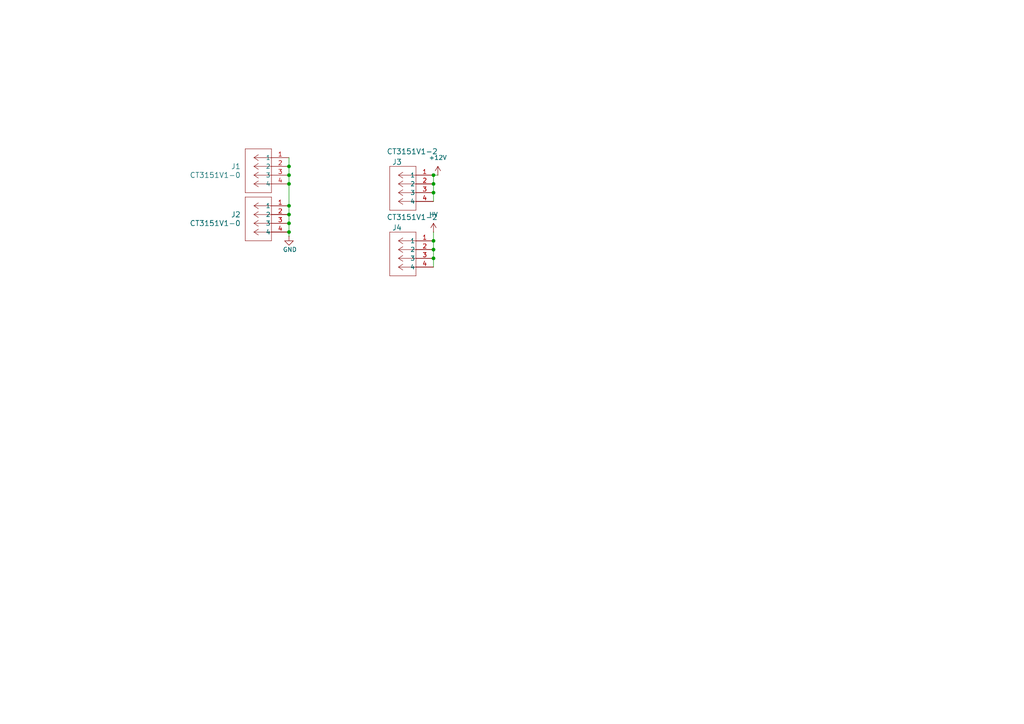
<source format=kicad_sch>
(kicad_sch (version 20231120) (generator "eeschema") (generator_version "8.0")
  (paper "A4")
  (lib_symbols
    (symbol "_PHASE:CT3151V1-0" (pin_names (offset 0.254))
      (property "Reference" "J" (at 8.89 6.35 0))
      (property "Value" "CT3151V1-0" (at 9.398 3.81 0))
      (symbol "CT3151V1-0_1_1"
        (polyline (pts (xy 5.08 -10.16) (xy 12.7 -10.16)) (stroke (width 0.127)))
        (polyline (pts (xy 5.08 2.54) (xy 5.08 -10.16)) (stroke (width 0.127)))
        (polyline (pts (xy 10.16 -7.62) (xy 5.08 -7.62)) (stroke (width 0.127)))
        (polyline (pts (xy 10.16 -7.62) (xy 8.89 -8.4667)) (stroke (width 0.127)))
        (polyline (pts (xy 10.16 -7.62) (xy 8.89 -6.7733)) (stroke (width 0.127)))
        (polyline (pts (xy 10.16 -5.08) (xy 5.08 -5.08)) (stroke (width 0.127)))
        (polyline (pts (xy 10.16 -5.08) (xy 8.89 -5.9267)) (stroke (width 0.127)))
        (polyline (pts (xy 10.16 -5.08) (xy 8.89 -4.2333)) (stroke (width 0.127)))
        (polyline (pts (xy 10.16 -2.54) (xy 5.08 -2.54)) (stroke (width 0.127)))
        (polyline (pts (xy 10.16 -2.54) (xy 8.89 -3.3867)) (stroke (width 0.127)))
        (polyline (pts (xy 10.16 -2.54) (xy 8.89 -1.6933)) (stroke (width 0.127)))
        (polyline (pts (xy 10.16 0) (xy 5.08 0)) (stroke (width 0.127)))
        (polyline (pts (xy 10.16 0) (xy 8.89 -0.8467)) (stroke (width 0.127)))
        (polyline (pts (xy 10.16 0) (xy 8.89 0.8467)) (stroke (width 0.127)))
        (polyline (pts (xy 12.7 -10.16) (xy 12.7 2.54)) (stroke (width 0.127)))
        (polyline (pts (xy 12.7 2.54) (xy 5.08 2.54)) (stroke (width 0.127)))
        (pin unspecified line (at 0 0 0) (length 5.08) (name "1") (number "1"))
        (pin unspecified line (at 0 -2.54 0) (length 5.08) (name "2") (number "2"))
        (pin unspecified line (at 0 -5.08 0) (length 5.08) (name "3") (number "3"))
        (pin unspecified line (at 0 -7.62 0) (length 5.08) (name "4") (number "4"))
      )
      (symbol "CT3151V1-0_1_2"
        (polyline (pts (xy 5.08 -10.16) (xy 12.7 -10.16)) (stroke (width 0.127)))
        (polyline (pts (xy 5.08 2.54) (xy 5.08 -10.16)) (stroke (width 0.127)))
        (polyline (pts (xy 7.62 -7.62) (xy 5.08 -7.62)) (stroke (width 0.127)))
        (polyline (pts (xy 7.62 -7.62) (xy 8.89 -8.4667)) (stroke (width 0.127)))
        (polyline (pts (xy 7.62 -7.62) (xy 8.89 -6.7733)) (stroke (width 0.127)))
        (polyline (pts (xy 7.62 -5.08) (xy 5.08 -5.08)) (stroke (width 0.127)))
        (polyline (pts (xy 7.62 -5.08) (xy 8.89 -5.9267)) (stroke (width 0.127)))
        (polyline (pts (xy 7.62 -5.08) (xy 8.89 -4.2333)) (stroke (width 0.127)))
        (polyline (pts (xy 7.62 -2.54) (xy 5.08 -2.54)) (stroke (width 0.127)))
        (polyline (pts (xy 7.62 -2.54) (xy 8.89 -3.3867)) (stroke (width 0.127)))
        (polyline (pts (xy 7.62 -2.54) (xy 8.89 -1.6933)) (stroke (width 0.127)))
        (polyline (pts (xy 7.62 0) (xy 5.08 0)) (stroke (width 0.127)))
        (polyline (pts (xy 7.62 0) (xy 8.89 -0.8467)) (stroke (width 0.127)))
        (polyline (pts (xy 7.62 0) (xy 8.89 0.8467)) (stroke (width 0.127)))
        (polyline (pts (xy 12.7 -10.16) (xy 12.7 2.54)) (stroke (width 0.127)))
        (polyline (pts (xy 12.7 2.54) (xy 5.08 2.54)) (stroke (width 0.127)))
        (pin unspecified line (at 0 0 0) (length 5.08) (name "1") (number "1"))
        (pin unspecified line (at 0 -2.54 0) (length 5.08) (name "2") (number "2"))
        (pin unspecified line (at 0 -5.08 0) (length 5.08) (name "3") (number "3"))
        (pin unspecified line (at 0 -7.62 0) (length 5.08) (name "4") (number "4"))
      )
    )
    (symbol "power:+12V" (power) (pin_numbers hide) (pin_names (offset 0) hide)
      (property "Value" "+12V" (at 0 3.556 0))
      (symbol "+12V_0_1"
        (polyline (pts (xy -0.762 1.27) (xy 0 2.54)))
        (polyline (pts (xy 0 0) (xy 0 2.54)))
        (polyline (pts (xy 0 2.54) (xy 0.762 1.27)))
      )
      (symbol "+12V_1_1"
        (pin power_in line (at 0 0 90) (length 0) (name "~") (number "1"))
      )
    )
    (symbol "power:GND" (power) (pin_numbers hide) (pin_names (offset 0) hide)
      (property "Value" "GND" (at 0 -3.81 0))
      (symbol "GND_0_1"
        (polyline (pts (xy 0 0) (xy 0 -1.27) (xy 1.27 -1.27) (xy 0 -2.54) (xy -1.27 -1.27) (xy 0 -1.27)))
      )
      (symbol "GND_1_1"
        (pin power_in line (at 0 0 270) (length 0) (name "~") (number "1"))
      )
    )
  )
  (junction (at 125.73 69.85))
  (junction (at 125.73 55.88))
  (junction (at 83.82 67.31))
  (junction (at 125.73 72.39))
  (junction (at 125.73 50.8))
  (junction (at 83.82 48.26))
  (junction (at 125.73 74.93))
  (junction (at 83.82 53.34))
  (junction (at 83.82 59.69))
  (junction (at 83.82 50.8))
  (junction (at 125.73 53.34))
  (junction (at 83.82 64.77))
  (junction (at 83.82 62.23))
  (wire (pts (xy 83.82 67.31) (xy 83.82 68.58)))
  (wire (pts (xy 83.82 50.8) (xy 83.82 53.34)))
  (wire (pts (xy 125.73 69.85) (xy 125.73 72.39)))
  (wire (pts (xy 83.82 64.77) (xy 83.82 67.31)))
  (wire (pts (xy 83.82 48.26) (xy 83.82 50.8)))
  (wire (pts (xy 83.82 62.23) (xy 83.82 64.77)))
  (wire (pts (xy 83.82 59.69) (xy 83.82 62.23)))
  (wire (pts (xy 83.82 53.34) (xy 83.82 59.69)))
  (wire (pts (xy 125.73 55.88) (xy 125.73 58.42)))
  (wire (pts (xy 125.73 67.31) (xy 125.73 69.85)))
  (wire (pts (xy 125.73 50.8) (xy 127 50.8)))
  (wire (pts (xy 125.73 72.39) (xy 125.73 74.93)))
  (wire (pts (xy 83.82 45.72) (xy 83.82 48.26)))
  (wire (pts (xy 125.73 50.8) (xy 125.73 53.34)))
  (wire (pts (xy 125.73 53.34) (xy 125.73 55.88)))
  (wire (pts (xy 125.73 74.93) (xy 125.73 77.47)))
  (symbol (lib_id "power:GND") (at 83.82 68.58 0) (unit 1)
    (property "Reference" "#PWR01" (effects (hide yes)))
    (property "Value" "GND" (at 84.074 72.39 0))
    (property "Description" "Power symbol creates a global label with name \"GND\" , ground" (effects (hide yes)))
  )
  (symbol (lib_id "_PHASE:CT3151V1-0") (at 125.73 69.85 0) (mirror y) (unit 1)
    (property "Reference" "J4" (at 116.586 66.04 0) (effects (font (size 1.524 1.524)) (justify left)))
    (property "Value" "CT3151V1-2" (at 127 62.992 0) (effects (font (size 1.524 1.524)) (justify left)))
    (property "Footprint" "726_footprints:banana_plug_CT3151V1-0" (effects (hide yes)))
    (property "Datasheet" "CT3151V1-0" (effects (hide yes)))
  )
  (symbol (lib_id "_PHASE:CT3151V1-0") (at 83.82 45.72 0) (mirror y) (unit 1)
    (property "Reference" "J1" (at 69.85 48.2599 0) (effects (font (size 1.524 1.524)) (justify left)))
    (property "Value" "CT3151V1-0" (at 69.85 50.7999 0) (effects (font (size 1.524 1.524)) (justify left)))
    (property "Footprint" "726_footprints:banana_plug_CT3151V1-0" (effects (hide yes)))
    (property "Datasheet" "CT3151V1-0" (effects (hide yes)))
  )
  (symbol (lib_id "_PHASE:CT3151V1-0") (at 125.73 50.8 0) (mirror y) (unit 1)
    (property "Reference" "J3" (at 116.586 46.99 0) (effects (font (size 1.524 1.524)) (justify left)))
    (property "Value" "CT3151V1-2" (at 127 43.942 0) (effects (font (size 1.524 1.524)) (justify left)))
    (property "Footprint" "726_footprints:banana_plug_CT3151V1-0" (effects (hide yes)))
    (property "Datasheet" "CT3151V1-0" (effects (hide yes)))
  )
  (symbol (lib_id "_PHASE:CT3151V1-0") (at 83.82 59.69 0) (mirror y) (unit 1)
    (property "Reference" "J2" (at 69.85 62.2299 0) (effects (font (size 1.524 1.524)) (justify left)))
    (property "Value" "CT3151V1-0" (at 69.85 64.7699 0) (effects (font (size 1.524 1.524)) (justify left)))
    (property "Footprint" "726_footprints:banana_plug_CT3151V1-0" (effects (hide yes)))
    (property "Datasheet" "CT3151V1-0" (effects (hide yes)))
  )
  (symbol (lib_id "power:+12V") (at 127 50.8 0) (unit 1)
    (property "Reference" "#PWR02" (effects (hide yes)))
    (property "Value" "+12V" (at 127 45.72 0))
    (property "Description" "Power symbol creates a global label with name \"+12V\"" (effects (hide yes)))
  )
  (symbol (lib_id "power:+12V") (at 125.73 67.31 0) (unit 1)
    (property "Reference" "#PWR03" (effects (hide yes)))
    (property "Value" "HV" (at 125.73 62.23 0))
    (property "Description" "Power symbol creates a global label with name \"+12V\"" (effects (hide yes)))
  )
)
</source>
